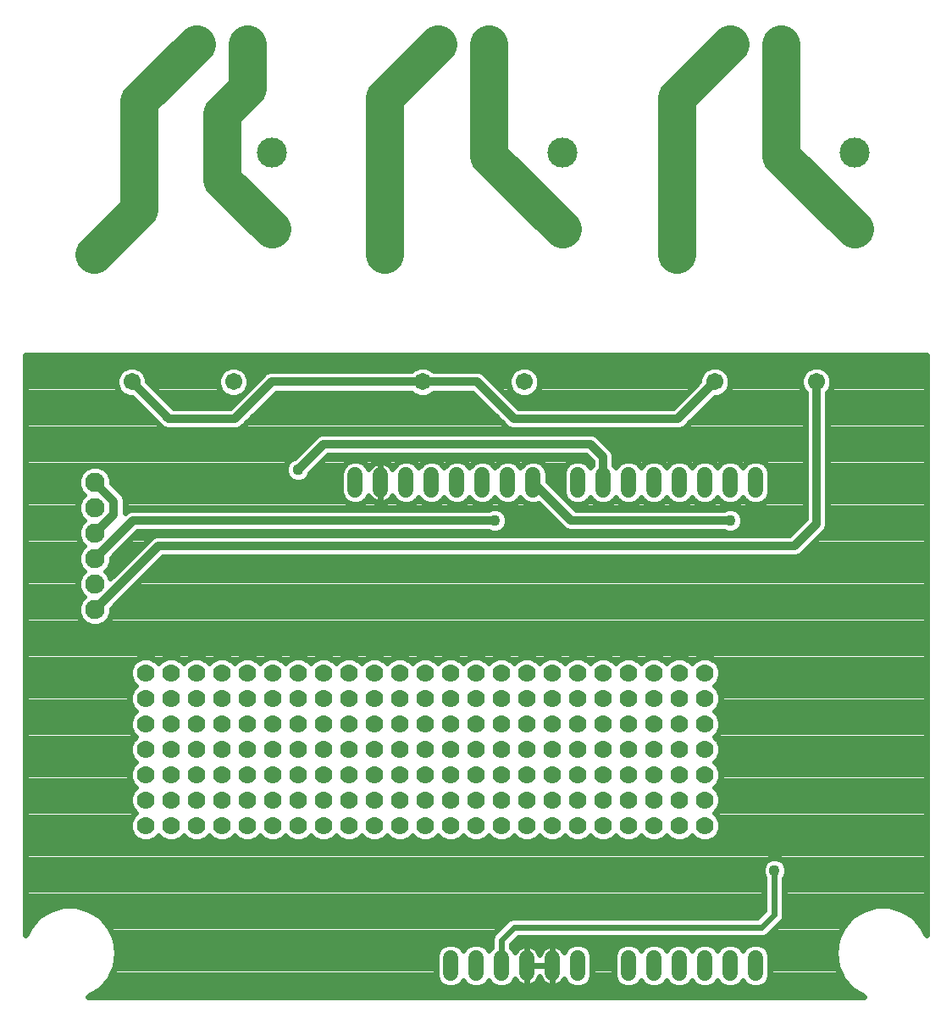
<source format=gbl>
G75*
G70*
%OFA0B0*%
%FSLAX24Y24*%
%IPPOS*%
%LPD*%
%AMOC8*
5,1,8,0,0,1.08239X$1,22.5*
%
%ADD10C,0.1181*%
%ADD11C,0.1210*%
%ADD12C,0.0673*%
%ADD13C,0.1300*%
%ADD14C,0.0760*%
%ADD15C,0.0594*%
%ADD16C,0.0436*%
%ADD17C,0.0320*%
%ADD18C,0.1500*%
%ADD19C,0.0240*%
%ADD20C,0.0700*%
D10*
X010684Y031185D03*
X010684Y034189D03*
X022122Y034189D03*
X022122Y031185D03*
X033622Y031185D03*
X033622Y034189D03*
D11*
X026629Y030185D03*
X015129Y030185D03*
X003692Y030185D03*
D12*
X005188Y025185D03*
X009188Y025185D03*
X016626Y025185D03*
X020626Y025185D03*
X028126Y025185D03*
X032126Y025185D03*
D13*
X030728Y038478D03*
X028728Y038478D03*
X019228Y038478D03*
X017228Y038478D03*
X009728Y038478D03*
X007728Y038478D03*
D14*
X003728Y021228D03*
X003728Y020228D03*
X003728Y019228D03*
X003728Y018228D03*
X003728Y017228D03*
X003728Y016228D03*
D15*
X013978Y020931D02*
X013978Y021525D01*
X014978Y021525D02*
X014978Y020931D01*
X015978Y020931D02*
X015978Y021525D01*
X016978Y021525D02*
X016978Y020931D01*
X017978Y020931D02*
X017978Y021525D01*
X018978Y021525D02*
X018978Y020931D01*
X019978Y020931D02*
X019978Y021525D01*
X020978Y021525D02*
X020978Y020931D01*
X022728Y020931D02*
X022728Y021525D01*
X023728Y021525D02*
X023728Y020931D01*
X024728Y020931D02*
X024728Y021525D01*
X025728Y021525D02*
X025728Y020931D01*
X026728Y020931D02*
X026728Y021525D01*
X027728Y021525D02*
X027728Y020931D01*
X028728Y020931D02*
X028728Y021525D01*
X029728Y021525D02*
X029728Y020931D01*
X029728Y002525D02*
X029728Y001931D01*
X028728Y001931D02*
X028728Y002525D01*
X027728Y002525D02*
X027728Y001931D01*
X026728Y001931D02*
X026728Y002525D01*
X025728Y002525D02*
X025728Y001931D01*
X024728Y001931D02*
X024728Y002525D01*
X022728Y002525D02*
X022728Y001931D01*
X021728Y001931D02*
X021728Y002525D01*
X020728Y002525D02*
X020728Y001931D01*
X019728Y001931D02*
X019728Y002525D01*
X018728Y002525D02*
X018728Y001931D01*
X017728Y001931D02*
X017728Y002525D01*
D16*
X030478Y005978D03*
X028728Y019728D03*
X019478Y019728D03*
X011728Y021728D03*
D17*
X012728Y022728D01*
X023228Y022728D01*
X023728Y022228D01*
X023728Y021228D01*
X022478Y019728D02*
X028728Y019728D01*
X031251Y018728D02*
X032126Y019603D01*
X032126Y025185D01*
X028126Y025185D02*
X026669Y023728D01*
X020228Y023728D01*
X018771Y025185D01*
X016626Y025185D01*
X010685Y025185D01*
X009228Y023728D01*
X006645Y023728D01*
X005188Y025185D01*
X003728Y021228D02*
X004478Y020478D01*
X004478Y019978D01*
X003728Y019228D01*
X003728Y018228D02*
X005228Y019728D01*
X019478Y019728D01*
X020978Y021228D02*
X022478Y019728D01*
X031251Y018728D02*
X006228Y018728D01*
X003728Y016228D01*
D18*
X003692Y030185D02*
X005478Y031970D01*
X005478Y036228D01*
X007728Y038478D01*
X009728Y038478D02*
X009728Y036728D01*
X008728Y035728D01*
X008728Y033141D01*
X010684Y031185D01*
X015129Y030185D02*
X015129Y036379D01*
X017228Y038478D01*
X019228Y038478D02*
X019228Y034078D01*
X022122Y031185D01*
X026629Y030185D02*
X026629Y036379D01*
X028728Y038478D01*
X030728Y038478D02*
X030728Y034078D01*
X033622Y031185D01*
D19*
X001008Y026228D02*
X001008Y003441D01*
X001146Y003744D01*
X001146Y003744D01*
X001497Y004149D01*
X001497Y004149D01*
X001947Y004438D01*
X001947Y004438D01*
X002460Y004589D01*
X002460Y004589D01*
X002995Y004589D01*
X002995Y004589D01*
X003509Y004438D01*
X003509Y004438D01*
X003959Y004149D01*
X003959Y004149D01*
X004309Y003744D01*
X004309Y003744D01*
X004532Y003258D01*
X004532Y003257D01*
X004608Y002728D01*
X004532Y002198D01*
X004532Y002198D01*
X004309Y001711D01*
X003959Y001307D01*
X003959Y001307D01*
X003509Y001018D01*
X003475Y001008D01*
X033981Y001008D01*
X033947Y001018D01*
X033947Y001018D01*
X033497Y001307D01*
X033497Y001307D01*
X033146Y001711D01*
X033146Y001711D01*
X032924Y002198D01*
X032924Y002198D01*
X032848Y002728D01*
X032848Y002728D01*
X032924Y003257D01*
X032924Y003258D01*
X033146Y003744D01*
X033146Y003744D01*
X033497Y004149D01*
X033497Y004149D01*
X033947Y004438D01*
X033947Y004438D01*
X034460Y004589D01*
X034460Y004589D01*
X034995Y004589D01*
X034995Y004589D01*
X035509Y004438D01*
X035509Y004438D01*
X035959Y004149D01*
X035959Y004149D01*
X036309Y003744D01*
X036448Y003441D01*
X036448Y026228D01*
X001008Y026228D01*
X001008Y026206D02*
X036448Y026206D01*
X036448Y025968D02*
X001008Y025968D01*
X001008Y025729D02*
X004892Y025729D01*
X004839Y025707D02*
X005065Y025801D01*
X005311Y025801D01*
X005537Y025707D01*
X005711Y025534D01*
X005805Y025307D01*
X005805Y025190D01*
X006827Y024168D01*
X009046Y024168D01*
X010435Y025558D01*
X010597Y025625D01*
X010772Y025625D01*
X016194Y025625D01*
X016276Y025707D01*
X016503Y025801D01*
X016748Y025801D01*
X016975Y025707D01*
X017057Y025625D01*
X018859Y025625D01*
X019020Y025558D01*
X019144Y025434D01*
X019144Y025434D01*
X020410Y024168D01*
X026487Y024168D01*
X027509Y025190D01*
X027509Y025307D01*
X027603Y025534D01*
X027776Y025707D01*
X028003Y025801D01*
X028248Y025801D01*
X028475Y025707D01*
X028648Y025534D01*
X028742Y025307D01*
X028742Y025062D01*
X028648Y024835D01*
X028475Y024662D01*
X028248Y024568D01*
X028131Y024568D01*
X026918Y023355D01*
X026756Y023288D01*
X026581Y023288D01*
X020140Y023288D01*
X019979Y023355D01*
X019855Y023479D01*
X018589Y024745D01*
X017057Y024745D01*
X016975Y024662D01*
X016748Y024568D01*
X016503Y024568D01*
X016276Y024662D01*
X016194Y024745D01*
X010867Y024745D01*
X009601Y023479D01*
X009477Y023355D01*
X009315Y023288D01*
X006732Y023288D01*
X006557Y023288D01*
X006395Y023355D01*
X005182Y024568D01*
X005065Y024568D01*
X004839Y024662D01*
X004665Y024835D01*
X004571Y025062D01*
X004571Y025307D01*
X004665Y025534D01*
X004839Y025707D01*
X004647Y025491D02*
X001008Y025491D01*
X001008Y025252D02*
X004571Y025252D01*
X004592Y025013D02*
X001008Y025013D01*
X001008Y024775D02*
X004726Y024775D01*
X005214Y024536D02*
X001008Y024536D01*
X001008Y024298D02*
X005452Y024298D01*
X005691Y024059D02*
X001008Y024059D01*
X001008Y023821D02*
X005930Y023821D01*
X006168Y023582D02*
X001008Y023582D01*
X001008Y023344D02*
X006422Y023344D01*
X006697Y024298D02*
X009176Y024298D01*
X009065Y024568D02*
X008839Y024662D01*
X008665Y024835D01*
X008571Y025062D01*
X008571Y025307D01*
X008665Y025534D01*
X008839Y025707D01*
X009065Y025801D01*
X009311Y025801D01*
X009537Y025707D01*
X009711Y025534D01*
X009805Y025307D01*
X009805Y025062D01*
X009711Y024835D01*
X009537Y024662D01*
X009311Y024568D01*
X009065Y024568D01*
X009414Y024536D02*
X006458Y024536D01*
X006220Y024775D02*
X008726Y024775D01*
X008592Y025013D02*
X005981Y025013D01*
X005805Y025252D02*
X008571Y025252D01*
X008647Y025491D02*
X005729Y025491D01*
X005484Y025729D02*
X008892Y025729D01*
X009484Y025729D02*
X016329Y025729D01*
X016922Y025729D02*
X020329Y025729D01*
X020276Y025707D02*
X020503Y025801D01*
X020748Y025801D01*
X020975Y025707D01*
X021148Y025534D01*
X021242Y025307D01*
X021242Y025062D01*
X021148Y024835D01*
X020975Y024662D01*
X020748Y024568D01*
X020503Y024568D01*
X020276Y024662D01*
X020103Y024835D01*
X020009Y025062D01*
X020009Y025307D01*
X020103Y025534D01*
X020276Y025707D01*
X020085Y025491D02*
X019087Y025491D01*
X019326Y025252D02*
X020009Y025252D01*
X020029Y025013D02*
X019564Y025013D01*
X019803Y024775D02*
X020163Y024775D01*
X020042Y024536D02*
X026855Y024536D01*
X026617Y024298D02*
X020280Y024298D01*
X019751Y023582D02*
X009704Y023582D01*
X009943Y023821D02*
X019513Y023821D01*
X019274Y024059D02*
X010182Y024059D01*
X010420Y024298D02*
X019036Y024298D01*
X018797Y024536D02*
X010659Y024536D01*
X010130Y025252D02*
X009805Y025252D01*
X009784Y025013D02*
X009891Y025013D01*
X009653Y024775D02*
X009650Y024775D01*
X009729Y025491D02*
X010368Y025491D01*
X009450Y023344D02*
X020006Y023344D01*
X020093Y022102D02*
X019863Y022102D01*
X019651Y022014D01*
X019489Y021852D01*
X019478Y021826D01*
X019467Y021852D01*
X019305Y022014D01*
X019093Y022102D01*
X018863Y022102D01*
X018651Y022014D01*
X018489Y021852D01*
X018478Y021826D01*
X018467Y021852D01*
X018305Y022014D01*
X018093Y022102D01*
X017863Y022102D01*
X017651Y022014D01*
X017489Y021852D01*
X017478Y021826D01*
X017467Y021852D01*
X017305Y022014D01*
X017093Y022102D01*
X016863Y022102D01*
X016651Y022014D01*
X016489Y021852D01*
X016478Y021826D01*
X016467Y021852D01*
X016305Y022014D01*
X016093Y022102D01*
X015863Y022102D01*
X015651Y022014D01*
X015489Y021852D01*
X015445Y021747D01*
X015420Y021796D01*
X015372Y021862D01*
X015315Y021919D01*
X015249Y021967D01*
X015176Y022004D01*
X015099Y022029D01*
X015019Y022042D01*
X014978Y022042D01*
X014978Y021228D01*
X014978Y021228D01*
X014978Y022042D01*
X014937Y022042D01*
X014857Y022029D01*
X014779Y022004D01*
X014707Y021967D01*
X014641Y021919D01*
X014583Y021862D01*
X014536Y021796D01*
X014511Y021747D01*
X014467Y021852D01*
X014305Y022014D01*
X014093Y022102D01*
X013863Y022102D01*
X013651Y022014D01*
X013489Y021852D01*
X013401Y021640D01*
X013401Y020816D01*
X013489Y020604D01*
X013651Y020441D01*
X013863Y020354D01*
X014093Y020354D01*
X014305Y020441D01*
X014467Y020604D01*
X014511Y020709D01*
X014536Y020660D01*
X014583Y020594D01*
X014641Y020536D01*
X014707Y020488D01*
X014779Y020451D01*
X014857Y020426D01*
X014937Y020414D01*
X014978Y020414D01*
X015019Y020414D01*
X015099Y020426D01*
X015176Y020451D01*
X015249Y020488D01*
X015315Y020536D01*
X015372Y020594D01*
X015420Y020660D01*
X015445Y020709D01*
X015489Y020604D01*
X015651Y020441D01*
X015863Y020354D01*
X016093Y020354D01*
X016305Y020441D01*
X016467Y020604D01*
X016478Y020630D01*
X016489Y020604D01*
X016651Y020441D01*
X016863Y020354D01*
X017093Y020354D01*
X017305Y020441D01*
X017467Y020604D01*
X017478Y020630D01*
X017489Y020604D01*
X017651Y020441D01*
X017863Y020354D01*
X018093Y020354D01*
X018305Y020441D01*
X018467Y020604D01*
X018478Y020630D01*
X018489Y020604D01*
X018651Y020441D01*
X018863Y020354D01*
X019093Y020354D01*
X019305Y020441D01*
X019467Y020604D01*
X019478Y020630D01*
X019489Y020604D01*
X019651Y020441D01*
X019863Y020354D01*
X020093Y020354D01*
X020305Y020441D01*
X020467Y020604D01*
X020478Y020630D01*
X020489Y020604D01*
X020651Y020441D01*
X020863Y020354D01*
X021093Y020354D01*
X021190Y020394D01*
X022105Y019479D01*
X022229Y019355D01*
X022390Y019288D01*
X028489Y019288D01*
X028629Y019230D01*
X028827Y019230D01*
X029010Y019306D01*
X029150Y019446D01*
X029226Y019629D01*
X029226Y019827D01*
X029150Y020010D01*
X029010Y020150D01*
X028827Y020226D01*
X028629Y020226D01*
X028489Y020168D01*
X022660Y020168D01*
X021555Y021273D01*
X021555Y021640D01*
X021467Y021852D01*
X021305Y022014D01*
X021093Y022102D01*
X020863Y022102D01*
X020651Y022014D01*
X020489Y021852D01*
X020478Y021826D01*
X020467Y021852D01*
X020305Y022014D01*
X020093Y022102D01*
X020407Y021912D02*
X020549Y021912D01*
X019549Y021912D02*
X019407Y021912D01*
X018549Y021912D02*
X018407Y021912D01*
X017549Y021912D02*
X017407Y021912D01*
X016549Y021912D02*
X016407Y021912D01*
X015549Y021912D02*
X015322Y021912D01*
X014978Y021912D02*
X014978Y021912D01*
X014978Y021674D02*
X014978Y021674D01*
X014978Y021435D02*
X014978Y021435D01*
X014978Y021227D02*
X014978Y020414D01*
X014978Y021227D01*
X014978Y021227D01*
X014978Y021197D02*
X014978Y021197D01*
X014978Y020958D02*
X014978Y020958D01*
X014978Y020720D02*
X014978Y020720D01*
X014978Y020481D02*
X014978Y020481D01*
X015235Y020481D02*
X015611Y020481D01*
X016345Y020481D02*
X016611Y020481D01*
X017345Y020481D02*
X017611Y020481D01*
X018345Y020481D02*
X018611Y020481D01*
X019239Y020168D02*
X005140Y020168D01*
X004979Y020101D01*
X004918Y020040D01*
X004918Y020065D01*
X004918Y020565D01*
X004851Y020727D01*
X004727Y020851D01*
X004388Y021190D01*
X004388Y021359D01*
X004287Y021602D01*
X004102Y021787D01*
X003859Y021888D01*
X003597Y021888D01*
X003354Y021787D01*
X003168Y021602D01*
X003068Y021359D01*
X003068Y021097D01*
X003168Y020854D01*
X003295Y020728D01*
X003168Y020602D01*
X003068Y020359D01*
X003068Y020097D01*
X003168Y019854D01*
X003295Y019728D01*
X003168Y019602D01*
X003068Y019359D01*
X003068Y019097D01*
X003168Y018854D01*
X003295Y018728D01*
X003168Y018602D01*
X003068Y018359D01*
X003068Y018097D01*
X003168Y017854D01*
X003295Y017728D01*
X003168Y017602D01*
X003068Y017359D01*
X003068Y017097D01*
X003168Y016854D01*
X003295Y016728D01*
X003168Y016602D01*
X003068Y016359D01*
X003068Y016097D01*
X003168Y015854D01*
X003354Y015668D01*
X003597Y015568D01*
X003859Y015568D01*
X004102Y015668D01*
X004287Y015854D01*
X004388Y016097D01*
X004388Y016266D01*
X006410Y018288D01*
X031163Y018288D01*
X031338Y018288D01*
X031500Y018355D01*
X032499Y019354D01*
X032565Y019515D01*
X032565Y019690D01*
X032565Y024753D01*
X032648Y024835D01*
X032742Y025062D01*
X032742Y025307D01*
X032648Y025534D01*
X032475Y025707D01*
X032248Y025801D01*
X032003Y025801D01*
X031776Y025707D01*
X031603Y025534D01*
X031509Y025307D01*
X031509Y025062D01*
X031603Y024835D01*
X031686Y024753D01*
X031686Y019785D01*
X031068Y019168D01*
X006140Y019168D01*
X005979Y019101D01*
X005855Y018977D01*
X004344Y017466D01*
X004287Y017602D01*
X004161Y017728D01*
X004287Y017854D01*
X004388Y018097D01*
X004388Y018266D01*
X005410Y019288D01*
X019239Y019288D01*
X019379Y019230D01*
X019577Y019230D01*
X019760Y019306D01*
X019900Y019446D01*
X019976Y019629D01*
X019976Y019827D01*
X019900Y020010D01*
X019760Y020150D01*
X019577Y020226D01*
X019379Y020226D01*
X019239Y020168D01*
X019345Y020481D02*
X019611Y020481D01*
X019903Y020004D02*
X021579Y020004D01*
X021341Y020243D02*
X004918Y020243D01*
X004918Y020481D02*
X013611Y020481D01*
X013441Y020720D02*
X004854Y020720D01*
X004620Y020958D02*
X013401Y020958D01*
X013401Y021197D02*
X004388Y021197D01*
X004356Y021435D02*
X011316Y021435D01*
X011306Y021446D02*
X011446Y021306D01*
X011629Y021230D01*
X011827Y021230D01*
X012010Y021306D01*
X012150Y021446D01*
X012208Y021586D01*
X012910Y022288D01*
X023046Y022288D01*
X023288Y022046D01*
X023288Y021901D01*
X023239Y021852D01*
X023228Y021826D01*
X023217Y021852D01*
X023055Y022014D01*
X022843Y022102D01*
X022613Y022102D01*
X022401Y022014D01*
X022239Y021852D01*
X022151Y021640D01*
X022151Y020816D01*
X022239Y020604D01*
X022401Y020441D01*
X022613Y020354D01*
X022843Y020354D01*
X023055Y020441D01*
X023217Y020604D01*
X023228Y020630D01*
X023239Y020604D01*
X023401Y020441D01*
X023613Y020354D01*
X023843Y020354D01*
X024055Y020441D01*
X024217Y020604D01*
X024228Y020630D01*
X024239Y020604D01*
X024401Y020441D01*
X024613Y020354D01*
X024843Y020354D01*
X025055Y020441D01*
X025217Y020604D01*
X025228Y020630D01*
X025239Y020604D01*
X025401Y020441D01*
X025613Y020354D01*
X025843Y020354D01*
X026055Y020441D01*
X026217Y020604D01*
X026228Y020630D01*
X026239Y020604D01*
X026401Y020441D01*
X026613Y020354D01*
X026843Y020354D01*
X027055Y020441D01*
X027217Y020604D01*
X027228Y020630D01*
X027239Y020604D01*
X027401Y020441D01*
X027613Y020354D01*
X027843Y020354D01*
X028055Y020441D01*
X028217Y020604D01*
X028228Y020630D01*
X028239Y020604D01*
X028401Y020441D01*
X028613Y020354D01*
X028843Y020354D01*
X029055Y020441D01*
X029217Y020604D01*
X029228Y020630D01*
X029239Y020604D01*
X029401Y020441D01*
X029613Y020354D01*
X029843Y020354D01*
X030055Y020441D01*
X030217Y020604D01*
X030305Y020816D01*
X030305Y021640D01*
X030217Y021852D01*
X030055Y022014D01*
X029843Y022102D01*
X029613Y022102D01*
X029401Y022014D01*
X029239Y021852D01*
X029228Y021826D01*
X029217Y021852D01*
X029055Y022014D01*
X028843Y022102D01*
X028613Y022102D01*
X028401Y022014D01*
X028239Y021852D01*
X028228Y021826D01*
X028217Y021852D01*
X028055Y022014D01*
X027843Y022102D01*
X027613Y022102D01*
X027401Y022014D01*
X027239Y021852D01*
X027228Y021826D01*
X027217Y021852D01*
X027055Y022014D01*
X026843Y022102D01*
X026613Y022102D01*
X026401Y022014D01*
X026239Y021852D01*
X026228Y021826D01*
X026217Y021852D01*
X026055Y022014D01*
X025843Y022102D01*
X025613Y022102D01*
X025401Y022014D01*
X025239Y021852D01*
X025228Y021826D01*
X025217Y021852D01*
X025055Y022014D01*
X024843Y022102D01*
X024613Y022102D01*
X024401Y022014D01*
X024239Y021852D01*
X024228Y021826D01*
X024217Y021852D01*
X024168Y021901D01*
X024168Y022315D01*
X024101Y022477D01*
X023977Y022601D01*
X023477Y023101D01*
X023315Y023168D01*
X023140Y023168D01*
X012640Y023168D01*
X012479Y023101D01*
X012355Y022977D01*
X011586Y022208D01*
X011446Y022150D01*
X011306Y022010D01*
X011230Y021827D01*
X011230Y021629D01*
X011306Y021446D01*
X011230Y021674D02*
X004215Y021674D01*
X003241Y021674D02*
X001008Y021674D01*
X001008Y021912D02*
X011265Y021912D01*
X011448Y022151D02*
X001008Y022151D01*
X001008Y022389D02*
X011767Y022389D01*
X012006Y022628D02*
X001008Y022628D01*
X001008Y022867D02*
X012244Y022867D01*
X012355Y022977D02*
X012355Y022977D01*
X012489Y023105D02*
X001008Y023105D01*
X001008Y021435D02*
X003099Y021435D01*
X003068Y021197D02*
X001008Y021197D01*
X001008Y020958D02*
X003125Y020958D01*
X003286Y020720D02*
X001008Y020720D01*
X001008Y020481D02*
X003118Y020481D01*
X003068Y020243D02*
X001008Y020243D01*
X001008Y020004D02*
X003106Y020004D01*
X003257Y019766D02*
X001008Y019766D01*
X001008Y019527D02*
X003137Y019527D01*
X003068Y019288D02*
X001008Y019288D01*
X001008Y019050D02*
X003087Y019050D01*
X003211Y018811D02*
X001008Y018811D01*
X001008Y018573D02*
X003156Y018573D01*
X003068Y018334D02*
X001008Y018334D01*
X001008Y018096D02*
X003068Y018096D01*
X003167Y017857D02*
X001008Y017857D01*
X001008Y017619D02*
X003185Y017619D01*
X003077Y017380D02*
X001008Y017380D01*
X001008Y017142D02*
X003068Y017142D01*
X003148Y016903D02*
X001008Y016903D01*
X001008Y016664D02*
X003231Y016664D01*
X003096Y016426D02*
X001008Y016426D01*
X001008Y016187D02*
X003068Y016187D01*
X003129Y015949D02*
X001008Y015949D01*
X001008Y015710D02*
X003312Y015710D01*
X004144Y015710D02*
X036448Y015710D01*
X036448Y015472D02*
X001008Y015472D01*
X001008Y015233D02*
X036448Y015233D01*
X036448Y014995D02*
X001008Y014995D01*
X001008Y014756D02*
X036448Y014756D01*
X036448Y014518D02*
X001008Y014518D01*
X001008Y014279D02*
X005412Y014279D01*
X005371Y014262D02*
X005194Y014085D01*
X005098Y013853D01*
X005098Y013603D01*
X005194Y013371D01*
X005337Y013228D01*
X005194Y013085D01*
X005098Y012853D01*
X005098Y012603D01*
X005194Y012371D01*
X005337Y012228D01*
X005194Y012085D01*
X005098Y011853D01*
X005098Y011603D01*
X005194Y011371D01*
X005337Y011228D01*
X005194Y011085D01*
X005098Y010853D01*
X005098Y010603D01*
X005194Y010371D01*
X005337Y010228D01*
X005194Y010085D01*
X005098Y009853D01*
X005098Y009603D01*
X005194Y009371D01*
X005337Y009228D01*
X005194Y009085D01*
X005098Y008853D01*
X005098Y008603D01*
X005194Y008371D01*
X005337Y008228D01*
X005194Y008085D01*
X005098Y007853D01*
X005098Y007603D01*
X005194Y007371D01*
X005371Y007194D01*
X005603Y007098D01*
X005853Y007098D01*
X006085Y007194D01*
X006228Y007337D01*
X006371Y007194D01*
X006603Y007098D01*
X006853Y007098D01*
X007085Y007194D01*
X007228Y007337D01*
X007371Y007194D01*
X007603Y007098D01*
X007853Y007098D01*
X008085Y007194D01*
X008228Y007337D01*
X008371Y007194D01*
X008603Y007098D01*
X008853Y007098D01*
X009085Y007194D01*
X009228Y007337D01*
X009371Y007194D01*
X009603Y007098D01*
X009853Y007098D01*
X010085Y007194D01*
X010228Y007337D01*
X010371Y007194D01*
X010603Y007098D01*
X010853Y007098D01*
X011085Y007194D01*
X011228Y007337D01*
X011371Y007194D01*
X011603Y007098D01*
X011853Y007098D01*
X012085Y007194D01*
X012228Y007337D01*
X012371Y007194D01*
X012603Y007098D01*
X012853Y007098D01*
X013085Y007194D01*
X013228Y007337D01*
X013371Y007194D01*
X013603Y007098D01*
X013853Y007098D01*
X014085Y007194D01*
X014228Y007337D01*
X014371Y007194D01*
X014603Y007098D01*
X014853Y007098D01*
X015085Y007194D01*
X015228Y007337D01*
X015371Y007194D01*
X015603Y007098D01*
X015853Y007098D01*
X016085Y007194D01*
X016228Y007337D01*
X016371Y007194D01*
X016603Y007098D01*
X016853Y007098D01*
X017085Y007194D01*
X017228Y007337D01*
X017371Y007194D01*
X017603Y007098D01*
X017853Y007098D01*
X018085Y007194D01*
X018228Y007337D01*
X018371Y007194D01*
X018603Y007098D01*
X018853Y007098D01*
X019085Y007194D01*
X019228Y007337D01*
X019371Y007194D01*
X019603Y007098D01*
X019853Y007098D01*
X020085Y007194D01*
X020228Y007337D01*
X020371Y007194D01*
X020603Y007098D01*
X020853Y007098D01*
X021085Y007194D01*
X021228Y007337D01*
X021371Y007194D01*
X021603Y007098D01*
X021853Y007098D01*
X022085Y007194D01*
X022228Y007337D01*
X022371Y007194D01*
X022603Y007098D01*
X022853Y007098D01*
X023085Y007194D01*
X023228Y007337D01*
X023371Y007194D01*
X023603Y007098D01*
X023853Y007098D01*
X024085Y007194D01*
X024228Y007337D01*
X024371Y007194D01*
X024603Y007098D01*
X024853Y007098D01*
X025085Y007194D01*
X025228Y007337D01*
X025371Y007194D01*
X025603Y007098D01*
X025853Y007098D01*
X026085Y007194D01*
X026228Y007337D01*
X026371Y007194D01*
X026603Y007098D01*
X026853Y007098D01*
X027085Y007194D01*
X027228Y007337D01*
X027371Y007194D01*
X027603Y007098D01*
X027853Y007098D01*
X028085Y007194D01*
X028262Y007371D01*
X028358Y007603D01*
X028358Y007853D01*
X028262Y008085D01*
X028119Y008228D01*
X028262Y008371D01*
X028358Y008603D01*
X028358Y008853D01*
X028262Y009085D01*
X028119Y009228D01*
X028262Y009371D01*
X028358Y009603D01*
X028358Y009853D01*
X028262Y010085D01*
X028119Y010228D01*
X028262Y010371D01*
X028358Y010603D01*
X028358Y010853D01*
X028262Y011085D01*
X028119Y011228D01*
X028262Y011371D01*
X028358Y011603D01*
X028358Y011853D01*
X028262Y012085D01*
X028119Y012228D01*
X028262Y012371D01*
X028358Y012603D01*
X028358Y012853D01*
X028262Y013085D01*
X028119Y013228D01*
X028262Y013371D01*
X028358Y013603D01*
X028358Y013853D01*
X028262Y014085D01*
X028085Y014262D01*
X027853Y014358D01*
X027603Y014358D01*
X027371Y014262D01*
X027228Y014119D01*
X027085Y014262D01*
X026853Y014358D01*
X026603Y014358D01*
X026371Y014262D01*
X026228Y014119D01*
X026085Y014262D01*
X025853Y014358D01*
X025603Y014358D01*
X025371Y014262D01*
X025228Y014119D01*
X025085Y014262D01*
X024853Y014358D01*
X024603Y014358D01*
X024371Y014262D01*
X024228Y014119D01*
X024085Y014262D01*
X023853Y014358D01*
X023603Y014358D01*
X023371Y014262D01*
X023228Y014119D01*
X023085Y014262D01*
X022853Y014358D01*
X022603Y014358D01*
X022371Y014262D01*
X022228Y014119D01*
X022085Y014262D01*
X021853Y014358D01*
X021603Y014358D01*
X021371Y014262D01*
X021228Y014119D01*
X021085Y014262D01*
X020853Y014358D01*
X020603Y014358D01*
X020371Y014262D01*
X020228Y014119D01*
X020085Y014262D01*
X019853Y014358D01*
X019603Y014358D01*
X019371Y014262D01*
X019228Y014119D01*
X019085Y014262D01*
X018853Y014358D01*
X018603Y014358D01*
X018371Y014262D01*
X018228Y014119D01*
X018085Y014262D01*
X017853Y014358D01*
X017603Y014358D01*
X017371Y014262D01*
X017228Y014119D01*
X017085Y014262D01*
X016853Y014358D01*
X016603Y014358D01*
X016371Y014262D01*
X016228Y014119D01*
X016085Y014262D01*
X015853Y014358D01*
X015603Y014358D01*
X015371Y014262D01*
X015228Y014119D01*
X015085Y014262D01*
X014853Y014358D01*
X014603Y014358D01*
X014371Y014262D01*
X014228Y014119D01*
X014085Y014262D01*
X013853Y014358D01*
X013603Y014358D01*
X013371Y014262D01*
X013228Y014119D01*
X013085Y014262D01*
X012853Y014358D01*
X012603Y014358D01*
X012371Y014262D01*
X012228Y014119D01*
X012085Y014262D01*
X011853Y014358D01*
X011603Y014358D01*
X011371Y014262D01*
X011228Y014119D01*
X011085Y014262D01*
X010853Y014358D01*
X010603Y014358D01*
X010371Y014262D01*
X010228Y014119D01*
X010085Y014262D01*
X009853Y014358D01*
X009603Y014358D01*
X009371Y014262D01*
X009228Y014119D01*
X009085Y014262D01*
X008853Y014358D01*
X008603Y014358D01*
X008371Y014262D01*
X008228Y014119D01*
X008085Y014262D01*
X007853Y014358D01*
X007603Y014358D01*
X007371Y014262D01*
X007228Y014119D01*
X007085Y014262D01*
X006853Y014358D01*
X006603Y014358D01*
X006371Y014262D01*
X006228Y014119D01*
X006085Y014262D01*
X005853Y014358D01*
X005603Y014358D01*
X005371Y014262D01*
X005175Y014040D02*
X001008Y014040D01*
X001008Y013802D02*
X005098Y013802D01*
X005114Y013563D02*
X001008Y013563D01*
X001008Y013325D02*
X005240Y013325D01*
X005195Y013086D02*
X001008Y013086D01*
X001008Y012848D02*
X005098Y012848D01*
X005098Y012609D02*
X001008Y012609D01*
X001008Y012371D02*
X005194Y012371D01*
X005241Y012132D02*
X001008Y012132D01*
X001008Y011894D02*
X005115Y011894D01*
X005098Y011655D02*
X001008Y011655D01*
X001008Y011416D02*
X005175Y011416D01*
X005287Y011178D02*
X001008Y011178D01*
X001008Y010939D02*
X005134Y010939D01*
X005098Y010701D02*
X001008Y010701D01*
X001008Y010462D02*
X005156Y010462D01*
X005333Y010224D02*
X001008Y010224D01*
X001008Y009985D02*
X005153Y009985D01*
X005098Y009747D02*
X001008Y009747D01*
X001008Y009508D02*
X005137Y009508D01*
X005295Y009270D02*
X001008Y009270D01*
X001008Y009031D02*
X005172Y009031D01*
X005098Y008793D02*
X001008Y008793D01*
X001008Y008554D02*
X005118Y008554D01*
X005249Y008315D02*
X001008Y008315D01*
X001008Y008077D02*
X005191Y008077D01*
X005098Y007838D02*
X001008Y007838D01*
X001008Y007600D02*
X005099Y007600D01*
X005204Y007361D02*
X001008Y007361D01*
X001008Y007123D02*
X005543Y007123D01*
X005913Y007123D02*
X006543Y007123D01*
X006913Y007123D02*
X007543Y007123D01*
X007913Y007123D02*
X008543Y007123D01*
X008913Y007123D02*
X009543Y007123D01*
X009913Y007123D02*
X010543Y007123D01*
X010913Y007123D02*
X011543Y007123D01*
X011913Y007123D02*
X012543Y007123D01*
X012913Y007123D02*
X013543Y007123D01*
X013913Y007123D02*
X014543Y007123D01*
X014913Y007123D02*
X015543Y007123D01*
X015913Y007123D02*
X016543Y007123D01*
X016913Y007123D02*
X017543Y007123D01*
X017913Y007123D02*
X018543Y007123D01*
X018913Y007123D02*
X019543Y007123D01*
X019913Y007123D02*
X020543Y007123D01*
X020913Y007123D02*
X021543Y007123D01*
X021913Y007123D02*
X022543Y007123D01*
X022913Y007123D02*
X023543Y007123D01*
X023913Y007123D02*
X024543Y007123D01*
X024913Y007123D02*
X025543Y007123D01*
X025913Y007123D02*
X026543Y007123D01*
X026913Y007123D02*
X027543Y007123D01*
X027913Y007123D02*
X036448Y007123D01*
X036448Y007361D02*
X028252Y007361D01*
X028357Y007600D02*
X036448Y007600D01*
X036448Y007838D02*
X028358Y007838D01*
X028265Y008077D02*
X036448Y008077D01*
X036448Y008315D02*
X028206Y008315D01*
X028338Y008554D02*
X036448Y008554D01*
X036448Y008793D02*
X028358Y008793D01*
X028284Y009031D02*
X036448Y009031D01*
X036448Y009270D02*
X028161Y009270D01*
X028319Y009508D02*
X036448Y009508D01*
X036448Y009747D02*
X028358Y009747D01*
X028303Y009985D02*
X036448Y009985D01*
X036448Y010224D02*
X028123Y010224D01*
X028300Y010462D02*
X036448Y010462D01*
X036448Y010701D02*
X028358Y010701D01*
X028322Y010939D02*
X036448Y010939D01*
X036448Y011178D02*
X028169Y011178D01*
X028281Y011416D02*
X036448Y011416D01*
X036448Y011655D02*
X028358Y011655D01*
X028341Y011894D02*
X036448Y011894D01*
X036448Y012132D02*
X028215Y012132D01*
X028262Y012371D02*
X036448Y012371D01*
X036448Y012609D02*
X028358Y012609D01*
X028358Y012848D02*
X036448Y012848D01*
X036448Y013086D02*
X028260Y013086D01*
X028216Y013325D02*
X036448Y013325D01*
X036448Y013563D02*
X028342Y013563D01*
X028358Y013802D02*
X036448Y013802D01*
X036448Y014040D02*
X028280Y014040D01*
X028044Y014279D02*
X036448Y014279D01*
X036448Y015949D02*
X004327Y015949D01*
X004388Y016187D02*
X036448Y016187D01*
X036448Y016426D02*
X004548Y016426D01*
X004787Y016664D02*
X036448Y016664D01*
X036448Y016903D02*
X005025Y016903D01*
X005264Y017142D02*
X036448Y017142D01*
X036448Y017380D02*
X005502Y017380D01*
X005741Y017619D02*
X036448Y017619D01*
X036448Y017857D02*
X005979Y017857D01*
X006218Y018096D02*
X036448Y018096D01*
X036448Y018334D02*
X031450Y018334D01*
X031718Y018573D02*
X036448Y018573D01*
X036448Y018811D02*
X031956Y018811D01*
X032195Y019050D02*
X036448Y019050D01*
X036448Y019288D02*
X032433Y019288D01*
X032565Y019527D02*
X036448Y019527D01*
X036448Y019766D02*
X032565Y019766D01*
X032565Y020004D02*
X036448Y020004D01*
X036448Y020243D02*
X032565Y020243D01*
X032565Y020481D02*
X036448Y020481D01*
X036448Y020720D02*
X032565Y020720D01*
X032565Y020958D02*
X036448Y020958D01*
X036448Y021197D02*
X032565Y021197D01*
X032565Y021435D02*
X036448Y021435D01*
X036448Y021674D02*
X032565Y021674D01*
X032565Y021912D02*
X036448Y021912D01*
X036448Y022151D02*
X032565Y022151D01*
X032565Y022389D02*
X036448Y022389D01*
X036448Y022628D02*
X032565Y022628D01*
X032565Y022867D02*
X036448Y022867D01*
X036448Y023105D02*
X032565Y023105D01*
X032565Y023344D02*
X036448Y023344D01*
X036448Y023582D02*
X032565Y023582D01*
X032565Y023821D02*
X036448Y023821D01*
X036448Y024059D02*
X032565Y024059D01*
X032565Y024298D02*
X036448Y024298D01*
X036448Y024536D02*
X032565Y024536D01*
X032588Y024775D02*
X036448Y024775D01*
X036448Y025013D02*
X032722Y025013D01*
X032742Y025252D02*
X036448Y025252D01*
X036448Y025491D02*
X032666Y025491D01*
X032422Y025729D02*
X036448Y025729D01*
X031829Y025729D02*
X028422Y025729D01*
X028666Y025491D02*
X031585Y025491D01*
X031509Y025252D02*
X028742Y025252D01*
X028722Y025013D02*
X031529Y025013D01*
X031663Y024775D02*
X028588Y024775D01*
X028100Y024536D02*
X031686Y024536D01*
X031686Y024298D02*
X027861Y024298D01*
X027622Y024059D02*
X031686Y024059D01*
X031686Y023821D02*
X027384Y023821D01*
X027145Y023582D02*
X031686Y023582D01*
X031686Y023344D02*
X026891Y023344D01*
X027094Y024775D02*
X021088Y024775D01*
X021222Y025013D02*
X027332Y025013D01*
X027509Y025252D02*
X021242Y025252D01*
X021166Y025491D02*
X027585Y025491D01*
X027829Y025729D02*
X020922Y025729D01*
X023467Y023105D02*
X031686Y023105D01*
X031686Y022867D02*
X023711Y022867D01*
X023950Y022628D02*
X031686Y022628D01*
X031686Y022389D02*
X024137Y022389D01*
X024168Y022151D02*
X031686Y022151D01*
X031686Y021912D02*
X030157Y021912D01*
X030291Y021674D02*
X031686Y021674D01*
X031686Y021435D02*
X030305Y021435D01*
X030305Y021197D02*
X031686Y021197D01*
X031686Y020958D02*
X030305Y020958D01*
X030265Y020720D02*
X031686Y020720D01*
X031686Y020481D02*
X030095Y020481D01*
X029361Y020481D02*
X029095Y020481D01*
X029153Y020004D02*
X031686Y020004D01*
X031686Y020243D02*
X022585Y020243D01*
X022361Y020481D02*
X022347Y020481D01*
X022191Y020720D02*
X022108Y020720D01*
X022151Y020958D02*
X021870Y020958D01*
X021631Y021197D02*
X022151Y021197D01*
X022151Y021435D02*
X021555Y021435D01*
X021541Y021674D02*
X022165Y021674D01*
X022299Y021912D02*
X021407Y021912D01*
X020611Y020481D02*
X020345Y020481D01*
X019976Y019766D02*
X021818Y019766D01*
X022056Y019527D02*
X019934Y019527D01*
X019719Y019288D02*
X022389Y019288D01*
X023095Y020481D02*
X023361Y020481D01*
X024095Y020481D02*
X024361Y020481D01*
X025095Y020481D02*
X025361Y020481D01*
X026095Y020481D02*
X026361Y020481D01*
X027095Y020481D02*
X027361Y020481D01*
X028095Y020481D02*
X028361Y020481D01*
X029226Y019766D02*
X031666Y019766D01*
X031427Y019527D02*
X029184Y019527D01*
X028969Y019288D02*
X031189Y019288D01*
X029299Y021912D02*
X029157Y021912D01*
X028299Y021912D02*
X028157Y021912D01*
X027299Y021912D02*
X027157Y021912D01*
X026299Y021912D02*
X026157Y021912D01*
X025299Y021912D02*
X025157Y021912D01*
X024299Y021912D02*
X024168Y021912D01*
X023288Y021912D02*
X023157Y021912D01*
X023183Y022151D02*
X012773Y022151D01*
X012535Y021912D02*
X013549Y021912D01*
X013415Y021674D02*
X012296Y021674D01*
X012140Y021435D02*
X013401Y021435D01*
X014407Y021912D02*
X014634Y021912D01*
X014721Y020481D02*
X014345Y020481D01*
X014412Y014279D02*
X014044Y014279D01*
X013412Y014279D02*
X013044Y014279D01*
X012412Y014279D02*
X012044Y014279D01*
X011412Y014279D02*
X011044Y014279D01*
X010412Y014279D02*
X010044Y014279D01*
X009412Y014279D02*
X009044Y014279D01*
X008412Y014279D02*
X008044Y014279D01*
X007412Y014279D02*
X007044Y014279D01*
X006412Y014279D02*
X006044Y014279D01*
X004496Y017619D02*
X004270Y017619D01*
X004289Y017857D02*
X004735Y017857D01*
X004974Y018096D02*
X004387Y018096D01*
X004456Y018334D02*
X005212Y018334D01*
X005451Y018573D02*
X004695Y018573D01*
X004934Y018811D02*
X005689Y018811D01*
X005928Y019050D02*
X005172Y019050D01*
X015044Y014279D02*
X015412Y014279D01*
X016044Y014279D02*
X016412Y014279D01*
X017044Y014279D02*
X017412Y014279D01*
X018044Y014279D02*
X018412Y014279D01*
X019044Y014279D02*
X019412Y014279D01*
X020044Y014279D02*
X020412Y014279D01*
X021044Y014279D02*
X021412Y014279D01*
X022044Y014279D02*
X022412Y014279D01*
X023044Y014279D02*
X023412Y014279D01*
X024044Y014279D02*
X024412Y014279D01*
X025044Y014279D02*
X025412Y014279D01*
X026044Y014279D02*
X026412Y014279D01*
X027044Y014279D02*
X027412Y014279D01*
X030379Y006476D02*
X030196Y006400D01*
X030056Y006260D01*
X029980Y006077D01*
X029980Y005879D01*
X030056Y005696D01*
X030078Y005673D01*
X030078Y004394D01*
X029812Y004128D01*
X020148Y004128D01*
X020001Y004067D01*
X019889Y003954D01*
X019389Y003454D01*
X019328Y003307D01*
X019328Y003148D01*
X019328Y002941D01*
X019239Y002852D01*
X019228Y002826D01*
X019217Y002852D01*
X019055Y003014D01*
X018843Y003102D01*
X018613Y003102D01*
X018401Y003014D01*
X018239Y002852D01*
X018228Y002826D01*
X018217Y002852D01*
X018055Y003014D01*
X017843Y003102D01*
X017613Y003102D01*
X017401Y003014D01*
X017239Y002852D01*
X017151Y002640D01*
X017151Y001816D01*
X017239Y001604D01*
X017401Y001441D01*
X017613Y001354D01*
X017843Y001354D01*
X018055Y001441D01*
X018217Y001604D01*
X018228Y001630D01*
X018239Y001604D01*
X018401Y001441D01*
X018613Y001354D01*
X018843Y001354D01*
X019055Y001441D01*
X019217Y001604D01*
X019228Y001630D01*
X019239Y001604D01*
X019401Y001441D01*
X019613Y001354D01*
X019843Y001354D01*
X020055Y001441D01*
X020217Y001604D01*
X020261Y001709D01*
X020286Y001660D01*
X020333Y001594D01*
X020391Y001536D01*
X020457Y001488D01*
X020529Y001451D01*
X020607Y001426D01*
X020687Y001414D01*
X020728Y001414D01*
X020769Y001414D01*
X020849Y001426D01*
X020926Y001451D01*
X020999Y001488D01*
X021065Y001536D01*
X021122Y001594D01*
X021170Y001660D01*
X021207Y001732D01*
X021228Y001796D01*
X021249Y001732D01*
X021286Y001660D01*
X021333Y001594D01*
X021391Y001536D01*
X021457Y001488D01*
X021529Y001451D01*
X021607Y001426D01*
X021687Y001414D01*
X021728Y001414D01*
X021769Y001414D01*
X021849Y001426D01*
X021926Y001451D01*
X021999Y001488D01*
X022065Y001536D01*
X022122Y001594D01*
X022170Y001660D01*
X022195Y001709D01*
X022239Y001604D01*
X022401Y001441D01*
X022613Y001354D01*
X022843Y001354D01*
X023055Y001441D01*
X023217Y001604D01*
X023305Y001816D01*
X023305Y002640D01*
X023217Y002852D01*
X023055Y003014D01*
X022843Y003102D01*
X022613Y003102D01*
X022401Y003014D01*
X022239Y002852D01*
X022195Y002747D01*
X022170Y002796D01*
X022122Y002862D01*
X022065Y002919D01*
X021999Y002967D01*
X021926Y003004D01*
X021849Y003029D01*
X021769Y003042D01*
X021728Y003042D01*
X021728Y002228D01*
X021728Y002228D01*
X021728Y003042D01*
X021687Y003042D01*
X021607Y003029D01*
X021529Y003004D01*
X021457Y002967D01*
X021391Y002919D01*
X021333Y002862D01*
X021286Y002796D01*
X021249Y002724D01*
X021228Y002660D01*
X021207Y002724D01*
X021170Y002796D01*
X021122Y002862D01*
X021065Y002919D01*
X020999Y002967D01*
X020926Y003004D01*
X020849Y003029D01*
X020769Y003042D01*
X020728Y003042D01*
X020728Y002228D01*
X020728Y002228D01*
X021245Y002228D01*
X021727Y002228D01*
X021727Y002228D01*
X021245Y002228D01*
X020728Y002228D01*
X020728Y002228D01*
X020728Y003042D01*
X020687Y003042D01*
X020607Y003029D01*
X020529Y003004D01*
X020457Y002967D01*
X020391Y002919D01*
X020333Y002862D01*
X020286Y002796D01*
X020261Y002747D01*
X020217Y002852D01*
X020128Y002941D01*
X020128Y003062D01*
X020394Y003328D01*
X029898Y003328D01*
X030057Y003328D01*
X030204Y003389D01*
X030704Y003889D01*
X030817Y004001D01*
X030878Y004148D01*
X030878Y005673D01*
X030900Y005696D01*
X030976Y005879D01*
X030976Y006077D01*
X030900Y006260D01*
X030760Y006400D01*
X030577Y006476D01*
X030379Y006476D01*
X030213Y006407D02*
X001008Y006407D01*
X001008Y006169D02*
X030018Y006169D01*
X029980Y005930D02*
X001008Y005930D01*
X001008Y005691D02*
X030060Y005691D01*
X030078Y005453D02*
X001008Y005453D01*
X001008Y005214D02*
X030078Y005214D01*
X030078Y004976D02*
X001008Y004976D01*
X001008Y004737D02*
X030078Y004737D01*
X030078Y004499D02*
X003302Y004499D01*
X003785Y004260D02*
X029945Y004260D01*
X029978Y003728D02*
X030478Y004228D01*
X030478Y005978D01*
X030938Y006169D02*
X036448Y006169D01*
X036448Y006407D02*
X030743Y006407D01*
X030976Y005930D02*
X036448Y005930D01*
X036448Y005691D02*
X030896Y005691D01*
X030878Y005453D02*
X036448Y005453D01*
X036448Y005214D02*
X030878Y005214D01*
X030878Y004976D02*
X036448Y004976D01*
X036448Y004737D02*
X030878Y004737D01*
X030878Y004499D02*
X034154Y004499D01*
X033670Y004260D02*
X030878Y004260D01*
X030825Y004022D02*
X033387Y004022D01*
X033497Y004149D02*
X033497Y004149D01*
X033180Y003783D02*
X030599Y003783D01*
X030360Y003545D02*
X033055Y003545D01*
X032946Y003306D02*
X020372Y003306D01*
X020133Y003067D02*
X022529Y003067D01*
X022229Y002829D02*
X022146Y002829D01*
X021728Y002829D02*
X021728Y002829D01*
X021728Y002590D02*
X021728Y002590D01*
X021728Y002352D02*
X021728Y002352D01*
X021728Y002227D02*
X021728Y001414D01*
X021728Y002227D01*
X021728Y002227D01*
X021728Y002113D02*
X021728Y002113D01*
X021728Y001875D02*
X021728Y001875D01*
X021728Y001636D02*
X021728Y001636D01*
X022153Y001636D02*
X022225Y001636D01*
X022506Y001398D02*
X019949Y001398D01*
X020231Y001636D02*
X020303Y001636D01*
X020728Y001636D02*
X020728Y001636D01*
X020728Y001414D02*
X020728Y002227D01*
X020728Y002227D01*
X020728Y001414D01*
X020728Y001875D02*
X020728Y001875D01*
X020728Y002113D02*
X020728Y002113D01*
X020728Y002352D02*
X020728Y002352D01*
X020728Y002590D02*
X020728Y002590D01*
X020728Y002829D02*
X020728Y002829D01*
X021146Y002829D02*
X021309Y002829D01*
X020309Y002829D02*
X020227Y002829D01*
X019728Y003228D02*
X019728Y002228D01*
X019229Y002829D02*
X019227Y002829D01*
X019328Y003067D02*
X018926Y003067D01*
X018529Y003067D02*
X017926Y003067D01*
X018227Y002829D02*
X018229Y002829D01*
X017529Y003067D02*
X004559Y003067D01*
X004593Y002829D02*
X017229Y002829D01*
X017151Y002590D02*
X004588Y002590D01*
X004554Y002352D02*
X017151Y002352D01*
X017151Y002113D02*
X004493Y002113D01*
X004384Y001875D02*
X017151Y001875D01*
X017225Y001636D02*
X004244Y001636D01*
X004037Y001398D02*
X017506Y001398D01*
X017949Y001398D02*
X018506Y001398D01*
X018949Y001398D02*
X019506Y001398D01*
X021153Y001636D02*
X021303Y001636D01*
X019728Y003228D02*
X020228Y003728D01*
X029978Y003728D01*
X029843Y003102D02*
X029613Y003102D01*
X029401Y003014D01*
X029239Y002852D01*
X029228Y002826D01*
X029217Y002852D01*
X029055Y003014D01*
X028843Y003102D01*
X028613Y003102D01*
X028401Y003014D01*
X028239Y002852D01*
X028228Y002826D01*
X028217Y002852D01*
X028055Y003014D01*
X027843Y003102D01*
X027613Y003102D01*
X027401Y003014D01*
X027239Y002852D01*
X027228Y002826D01*
X027217Y002852D01*
X027055Y003014D01*
X026843Y003102D01*
X026613Y003102D01*
X026401Y003014D01*
X026239Y002852D01*
X026228Y002826D01*
X026217Y002852D01*
X026055Y003014D01*
X025843Y003102D01*
X025613Y003102D01*
X025401Y003014D01*
X025239Y002852D01*
X025228Y002826D01*
X025217Y002852D01*
X025055Y003014D01*
X024843Y003102D01*
X024613Y003102D01*
X024401Y003014D01*
X024239Y002852D01*
X024151Y002640D01*
X024151Y001816D01*
X024239Y001604D01*
X024401Y001441D01*
X024613Y001354D01*
X024843Y001354D01*
X025055Y001441D01*
X025217Y001604D01*
X025228Y001630D01*
X025239Y001604D01*
X025401Y001441D01*
X025613Y001354D01*
X025843Y001354D01*
X026055Y001441D01*
X026217Y001604D01*
X026228Y001630D01*
X026239Y001604D01*
X026401Y001441D01*
X026613Y001354D01*
X026843Y001354D01*
X027055Y001441D01*
X027217Y001604D01*
X027228Y001630D01*
X027239Y001604D01*
X027401Y001441D01*
X027613Y001354D01*
X027843Y001354D01*
X028055Y001441D01*
X028217Y001604D01*
X028228Y001630D01*
X028239Y001604D01*
X028401Y001441D01*
X028613Y001354D01*
X028843Y001354D01*
X029055Y001441D01*
X029217Y001604D01*
X029228Y001630D01*
X029239Y001604D01*
X029401Y001441D01*
X029613Y001354D01*
X029843Y001354D01*
X030055Y001441D01*
X030217Y001604D01*
X030305Y001816D01*
X030305Y002640D01*
X030217Y002852D01*
X030055Y003014D01*
X029843Y003102D01*
X029926Y003067D02*
X032897Y003067D01*
X032862Y002829D02*
X030227Y002829D01*
X030305Y002590D02*
X032868Y002590D01*
X032902Y002352D02*
X030305Y002352D01*
X030305Y002113D02*
X032963Y002113D01*
X033072Y001875D02*
X030305Y001875D01*
X030231Y001636D02*
X033211Y001636D01*
X033418Y001398D02*
X029949Y001398D01*
X029506Y001398D02*
X028949Y001398D01*
X028506Y001398D02*
X027949Y001398D01*
X027506Y001398D02*
X026949Y001398D01*
X026506Y001398D02*
X025949Y001398D01*
X025506Y001398D02*
X024949Y001398D01*
X024506Y001398D02*
X022949Y001398D01*
X023231Y001636D02*
X024225Y001636D01*
X024151Y001875D02*
X023305Y001875D01*
X023305Y002113D02*
X024151Y002113D01*
X024151Y002352D02*
X023305Y002352D01*
X023305Y002590D02*
X024151Y002590D01*
X024229Y002829D02*
X023227Y002829D01*
X022926Y003067D02*
X024529Y003067D01*
X024926Y003067D02*
X025529Y003067D01*
X025229Y002829D02*
X025227Y002829D01*
X025926Y003067D02*
X026529Y003067D01*
X026229Y002829D02*
X026227Y002829D01*
X026926Y003067D02*
X027529Y003067D01*
X027229Y002829D02*
X027227Y002829D01*
X027926Y003067D02*
X028529Y003067D01*
X028229Y002829D02*
X028227Y002829D01*
X028926Y003067D02*
X029529Y003067D01*
X029229Y002829D02*
X029227Y002829D01*
X033727Y001159D02*
X003729Y001159D01*
X004510Y003306D02*
X019328Y003306D01*
X019479Y003545D02*
X004401Y003545D01*
X004276Y003783D02*
X019717Y003783D01*
X019956Y004022D02*
X004069Y004022D01*
X002154Y004499D02*
X001008Y004499D01*
X001008Y004260D02*
X001670Y004260D01*
X001497Y004149D02*
X001497Y004149D01*
X001387Y004022D02*
X001008Y004022D01*
X001008Y003783D02*
X001180Y003783D01*
X001055Y003545D02*
X001008Y003545D01*
X001008Y006646D02*
X036448Y006646D01*
X036448Y006884D02*
X001008Y006884D01*
X035302Y004499D02*
X036448Y004499D01*
X036448Y004260D02*
X035785Y004260D01*
X036069Y004022D02*
X036448Y004022D01*
X036448Y003783D02*
X036276Y003783D01*
X036309Y003744D02*
X036309Y003744D01*
X036401Y003545D02*
X036448Y003545D01*
D20*
X027728Y007728D03*
X027728Y008728D03*
X027728Y009728D03*
X027728Y010728D03*
X027728Y011728D03*
X027728Y012728D03*
X027728Y013728D03*
X026728Y013728D03*
X026728Y012728D03*
X026728Y011728D03*
X026728Y010728D03*
X026728Y009728D03*
X026728Y008728D03*
X026728Y007728D03*
X025728Y007728D03*
X024728Y007728D03*
X024728Y008728D03*
X024728Y009728D03*
X025728Y009728D03*
X025728Y008728D03*
X025728Y010728D03*
X025728Y011728D03*
X024728Y011728D03*
X024728Y010728D03*
X023728Y010728D03*
X023728Y011728D03*
X023728Y012728D03*
X023728Y013728D03*
X024728Y013728D03*
X025728Y013728D03*
X025728Y012728D03*
X024728Y012728D03*
X022728Y012728D03*
X022728Y013728D03*
X021728Y013728D03*
X021728Y012728D03*
X021728Y011728D03*
X022728Y011728D03*
X022728Y010728D03*
X021728Y010728D03*
X021728Y009728D03*
X022728Y009728D03*
X022728Y008728D03*
X021728Y008728D03*
X021728Y007728D03*
X022728Y007728D03*
X023728Y007728D03*
X023728Y008728D03*
X023728Y009728D03*
X020728Y009728D03*
X020728Y008728D03*
X020728Y007728D03*
X019728Y007728D03*
X018728Y007728D03*
X018728Y008728D03*
X018728Y009728D03*
X019728Y009728D03*
X019728Y008728D03*
X019728Y010728D03*
X019728Y011728D03*
X018728Y011728D03*
X018728Y010728D03*
X017728Y010728D03*
X017728Y011728D03*
X017728Y012728D03*
X017728Y013728D03*
X018728Y013728D03*
X019728Y013728D03*
X019728Y012728D03*
X018728Y012728D03*
X020728Y012728D03*
X020728Y013728D03*
X020728Y011728D03*
X020728Y010728D03*
X017728Y009728D03*
X017728Y008728D03*
X017728Y007728D03*
X016728Y007728D03*
X016728Y008728D03*
X016728Y009728D03*
X016728Y010728D03*
X016728Y011728D03*
X016728Y012728D03*
X016728Y013728D03*
X015728Y013728D03*
X015728Y012728D03*
X014728Y012728D03*
X014728Y013728D03*
X013728Y013728D03*
X013728Y012728D03*
X013728Y011728D03*
X013728Y010728D03*
X014728Y010728D03*
X014728Y011728D03*
X015728Y011728D03*
X015728Y010728D03*
X015728Y009728D03*
X015728Y008728D03*
X014728Y008728D03*
X014728Y009728D03*
X013728Y009728D03*
X013728Y008728D03*
X013728Y007728D03*
X014728Y007728D03*
X015728Y007728D03*
X012728Y007728D03*
X011728Y007728D03*
X011728Y008728D03*
X011728Y009728D03*
X012728Y009728D03*
X012728Y008728D03*
X012728Y010728D03*
X012728Y011728D03*
X011728Y011728D03*
X011728Y010728D03*
X010728Y010728D03*
X010728Y011728D03*
X010728Y012728D03*
X010728Y013728D03*
X011728Y013728D03*
X012728Y013728D03*
X012728Y012728D03*
X011728Y012728D03*
X009728Y012728D03*
X009728Y013728D03*
X008728Y013728D03*
X008728Y012728D03*
X008728Y011728D03*
X009728Y011728D03*
X009728Y010728D03*
X008728Y010728D03*
X008728Y009728D03*
X009728Y009728D03*
X009728Y008728D03*
X008728Y008728D03*
X008728Y007728D03*
X009728Y007728D03*
X010728Y007728D03*
X010728Y008728D03*
X010728Y009728D03*
X007728Y009728D03*
X007728Y008728D03*
X007728Y007728D03*
X006728Y007728D03*
X005728Y007728D03*
X005728Y008728D03*
X005728Y009728D03*
X006728Y009728D03*
X006728Y008728D03*
X006728Y010728D03*
X006728Y011728D03*
X005728Y011728D03*
X005728Y010728D03*
X005728Y012728D03*
X005728Y013728D03*
X006728Y013728D03*
X006728Y012728D03*
X007728Y012728D03*
X007728Y013728D03*
X007728Y011728D03*
X007728Y010728D03*
M02*

</source>
